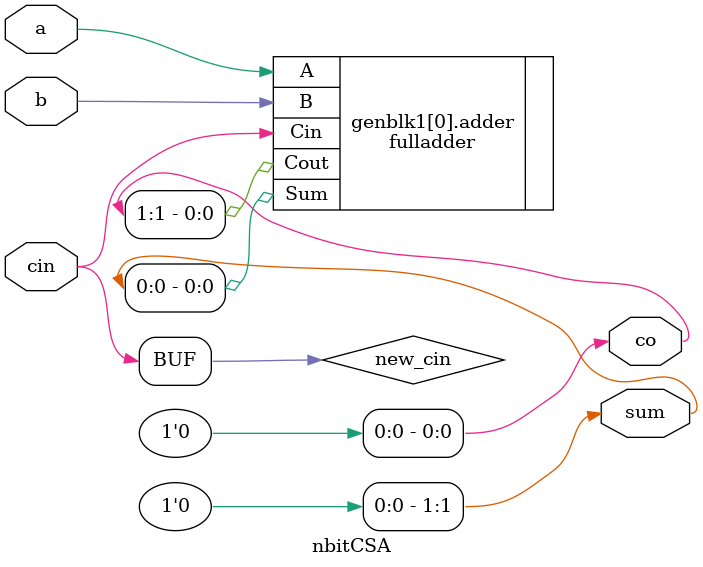
<source format=v>


module circuit4 (total_sum, sb_carry, in0, in1, in2, in3, in4, in5, in6, in7, in8, in9 );
  parameter n = 1;
  input[n-1:0] in0, in1, in2, in3, in4, in5, in6, in7, in8, in9;
  output[n+7:0] total_sum;
  output sb_carry;
  reg[n-1+8:0] zero;
  wire[n+7:0] sum1, carry1, sum2, carry2, sum3, carry3, sum4, carry4, sum5, carry5, sum6, carry6,  sum7, carry7, sum8, carry8;
  nbitCSA #(n, n) adder1(sum1[n:0], carry1[n:0], in0, in1, in2);
  nbitCSA #(n+1, n) adder2(sum2[n+1:0], carry2[n+1:0], sum1[n:0], carry1[n:0], in3);
  nbitCSA #(n+2, n) adder3(sum3[n+2:0], carry3[n+2:0], sum2[n+1:0], carry2[n+1:0], in4);
  nbitCSA #(n+3, n) adder4(sum4[n+3:0], carry4[n+3:0], sum3[n+2:0], carry3[n+2:0], in5);
  nbitCSA #(n+4, n) adder5(sum5[n+4:0], carry5[n+4:0], sum4[n+3:0], carry4[n+3:0], in6);
  nbitCSA #(n+5, n) adder6(sum6[n+5:0], carry6[n+5:0], sum5[n+4:0], carry5[n+4:0], in7);
  nbitCSA #(n+6, n) adder7(sum7[n+6:0], carry7[n+6:0], sum6[n+5:0], carry6[n+5:0], in8);
  nbitCSA #(n+7, n) adder8(sum8[n+7:0], carry8[n+7:0], sum7[n+6:0], carry7[n+6:0], in9);
  n_bitadder #(n+8)total_adder(total_sum, sb_carry, sum8, carry8, 1'b0);
  initial begin 
    $monitor("%d %b %d %b %b", $time,{sb_carry, total_sum}, {sb_carry, total_sum}, sum3, carry3);
  end
endmodule //circuit4

module nbitCSA(sum, co, a, b, cin);
  parameter n = 1;
  parameter true_n = 1;

  output[n:0] sum;
  output[n:0] co;
  input[n-1:0] a, b;
  input[true_n-1:0] cin;
  wire [n-1:0] new_cin; 
  assign new_cin[n-1:0] = cin; 
  assign co[0] = 1'b0;
  assign sum[n] = 1'b0;
  generate 
    genvar i; 
  	for (i = 0; i < n; i = i + 1) begin
    	  fulladder adder(.Sum(sum[i]), .Cout(co[i+1]), .A(a[i]), .B(b[i]), .Cin(new_cin[i]));
        end
  endgenerate
initial begin 
 $monitor("%b %b", co, sum, a, b, cin, new_cin);
end

endmodule

</source>
